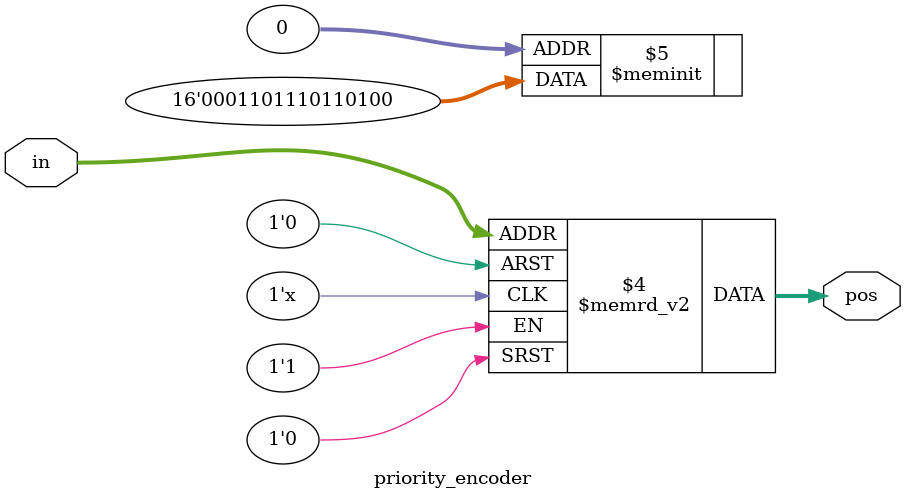
<source format=v>
module priority_encoder( 
input [2:0] in,
output reg [1:0] pos ); 
// When sel=1, assign b to out
always @(*) begin
casex (in)
3'b000: pos = 2'b00;
3'b001: pos = 2'b01;
3'b010: pos = 2'b11;
3'b011: pos = 2'b10;
3'b100: pos = 2'b11;
3'b101: pos = 2'b10;
3'b110: pos = 2'b01;
3'b111: pos = 2'b00;
default: pos = 2'b00;
endcase
end
endmodule

</source>
